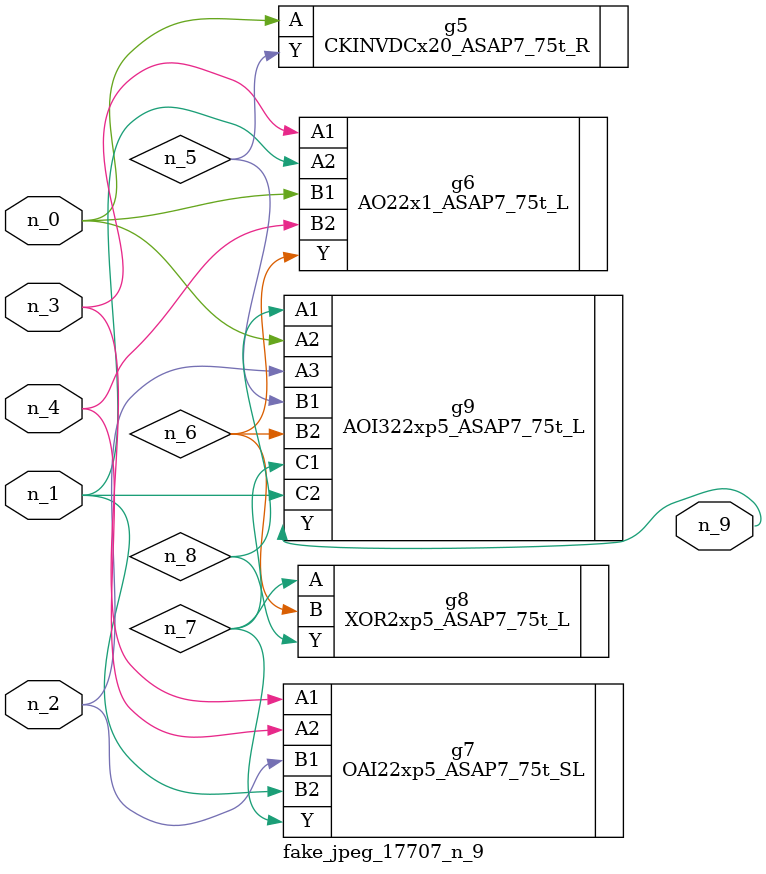
<source format=v>
module fake_jpeg_17707_n_9 (n_3, n_2, n_1, n_0, n_4, n_9);

input n_3;
input n_2;
input n_1;
input n_0;
input n_4;

output n_9;

wire n_8;
wire n_6;
wire n_5;
wire n_7;

CKINVDCx20_ASAP7_75t_R g5 ( 
.A(n_0),
.Y(n_5)
);

AO22x1_ASAP7_75t_L g6 ( 
.A1(n_3),
.A2(n_1),
.B1(n_0),
.B2(n_4),
.Y(n_6)
);

OAI22xp5_ASAP7_75t_SL g7 ( 
.A1(n_3),
.A2(n_4),
.B1(n_2),
.B2(n_1),
.Y(n_7)
);

XOR2xp5_ASAP7_75t_L g8 ( 
.A(n_7),
.B(n_6),
.Y(n_8)
);

AOI322xp5_ASAP7_75t_L g9 ( 
.A1(n_8),
.A2(n_0),
.A3(n_2),
.B1(n_5),
.B2(n_6),
.C1(n_7),
.C2(n_1),
.Y(n_9)
);


endmodule
</source>
